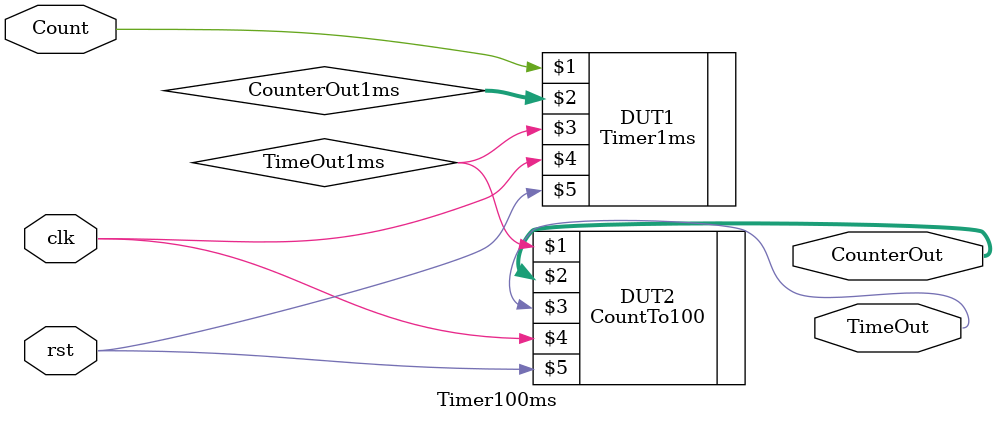
<source format=v>

module Timer100ms(Count, CounterOut, TimeOut , clk, rst );

	input clk, rst, Count;

	output TimeOut;
	output[6:0] CounterOut;
	wire TimeOut1ms;
	wire[15:0] CounterOut1ms;

	Timer1ms DUT1( Count, CounterOut1ms, TimeOut1ms, clk, rst);
	CountTo100 DUT2( TimeOut1ms, CounterOut, TimeOut, clk, rst);

endmodule 
</source>
